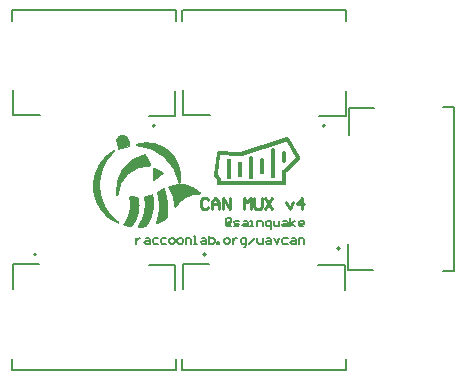
<source format=gto>
G04*
G04 #@! TF.GenerationSoftware,Altium Limited,Altium Designer,19.1.8 (144)*
G04*
G04 Layer_Color=65535*
%FSLAX44Y44*%
%MOMM*%
G71*
G01*
G75*
%ADD10C,0.2000*%
%ADD11C,0.1270*%
%ADD12C,0.0100*%
%ADD13C,0.1700*%
%ADD14C,0.2500*%
G04:AMPARAMS|DCode=15|XSize=0.5331mm|YSize=0.3432mm|CornerRadius=0mm|HoleSize=0mm|Usage=FLASHONLY|Rotation=3.593|XOffset=0mm|YOffset=0mm|HoleType=Round|Shape=Rectangle|*
%AMROTATEDRECTD15*
4,1,4,-0.2552,-0.1880,-0.2768,0.1545,0.2552,0.1880,0.2768,-0.1545,-0.2552,-0.1880,0.0*
%
%ADD15ROTATEDRECTD15*%

G36*
X1445076Y2769396D02*
X1446588Y2767946D01*
X1447410Y2766018D01*
Y2764970D01*
X1447410Y2764968D01*
Y2764957D01*
X1447410Y2764932D01*
X1447409Y2764906D01*
X1447409Y2764880D01*
X1447409Y2764868D01*
Y2764868D01*
X1447410Y2764968D01*
Y2764970D01*
X1447409Y2764868D01*
X1447370Y2761036D01*
Y2761036D01*
Y2761036D01*
Y2761036D01*
Y2761036D01*
Y2761036D01*
X1447370Y2761037D01*
X1447370Y2761036D01*
X1447370Y2761028D01*
X1447365Y2761012D01*
X1447355Y2760998D01*
X1447341Y2760988D01*
X1447334Y2760986D01*
X1447334D01*
X1438501Y2758022D01*
X1438490Y2758019D01*
X1438467Y2758021D01*
X1438446Y2758033D01*
X1438433Y2758052D01*
X1438431Y2758064D01*
X1437237Y2764502D01*
X1437226Y2764498D01*
X1437202Y2764502D01*
X1437182Y2764516D01*
X1437170Y2764537D01*
X1437169Y2764549D01*
X1437083Y2765593D01*
X1437743Y2767581D01*
X1439131Y2769152D01*
X1441023Y2770052D01*
X1443116Y2770138D01*
X1445076Y2769396D01*
D02*
G37*
G36*
X1465802Y2763117D02*
X1470628Y2762157D01*
X1475216Y2760379D01*
X1479429Y2757837D01*
X1483141Y2754607D01*
X1486241Y2750785D01*
X1488635Y2746487D01*
X1490253Y2741839D01*
X1491045Y2736983D01*
X1490988Y2732063D01*
X1490536Y2729644D01*
X1490057Y2731783D01*
X1488747Y2735964D01*
X1486986Y2739976D01*
X1484794Y2743770D01*
X1482198Y2747299D01*
X1479229Y2750522D01*
X1475924Y2753398D01*
X1472322Y2755893D01*
X1468468Y2757977D01*
X1464408Y2759624D01*
X1460191Y2760814D01*
X1455869Y2761533D01*
X1453685Y2761713D01*
X1453685Y2761713D01*
X1453685Y2761713D01*
X1453685D01*
X1456018Y2762495D01*
X1460883Y2763231D01*
X1465802Y2763117D01*
D02*
G37*
G36*
X1447370Y2761037D02*
Y2761037D01*
Y2761037D01*
Y2761037D01*
D02*
G37*
G36*
X1570415Y2758743D02*
X1570896Y2758262D01*
X1571156Y2757634D01*
Y2757295D01*
X1571156Y2757295D01*
Y2735549D01*
X1571156Y2735549D01*
Y2735209D01*
X1570896Y2734581D01*
X1570415Y2734100D01*
X1569787Y2733840D01*
X1569107D01*
X1568479Y2734100D01*
X1567999Y2734581D01*
X1567739Y2735209D01*
Y2735549D01*
X1567739Y2757295D01*
X1567739Y2757295D01*
Y2757634D01*
X1567999Y2758262D01*
X1568479Y2758743D01*
X1569107Y2759003D01*
X1569787D01*
X1570415Y2758743D01*
D02*
G37*
G36*
X1582148Y2768492D02*
X1582699Y2768278D01*
X1583147Y2767891D01*
X1583293Y2767633D01*
X1583293Y2767633D01*
X1592617Y2751169D01*
X1592617Y2751169D01*
X1592761Y2750914D01*
X1592864Y2750338D01*
X1592768Y2749760D01*
X1592486Y2749247D01*
X1592267Y2749052D01*
X1592268Y2749052D01*
X1581042Y2739042D01*
X1581043D01*
X1581043Y2739042D01*
X1581000Y2739000D01*
X1580929Y2738904D01*
X1580880Y2738794D01*
X1580855Y2738677D01*
X1580852Y2738617D01*
X1580852Y2738617D01*
Y2729141D01*
X1580852Y2729141D01*
Y2728801D01*
X1580592Y2728173D01*
X1580111Y2727693D01*
X1579483Y2727433D01*
X1579144D01*
X1579144Y2727432D01*
X1523678D01*
X1523678Y2727433D01*
X1523338D01*
X1522710Y2727693D01*
X1522230Y2728173D01*
X1521969Y2728801D01*
Y2729141D01*
X1521970Y2732525D01*
X1519801Y2735415D01*
X1519800Y2735415D01*
Y2735415D01*
X1519701Y2735547D01*
X1519557Y2735844D01*
X1519473Y2736162D01*
X1519451Y2736491D01*
X1519472Y2736654D01*
X1519472Y2736655D01*
X1521803Y2755150D01*
X1521803Y2755150D01*
X1521803Y2755150D01*
X1521844Y2755475D01*
X1522160Y2756048D01*
X1522666Y2756464D01*
X1523290Y2756663D01*
X1523617Y2756640D01*
X1523617Y2756640D01*
X1539336Y2755544D01*
Y2752118D01*
X1525528Y2753081D01*
X1525528Y2753081D01*
X1525528D01*
Y2753081D01*
X1525528Y2753081D01*
X1525421Y2753079D01*
X1525216Y2753014D01*
X1525051Y2752878D01*
X1524947Y2752690D01*
X1524924Y2752585D01*
X1524924Y2752585D01*
X1522977Y2737142D01*
X1522977Y2737142D01*
X1522977Y2737142D01*
X1522973Y2737087D01*
X1522980Y2736978D01*
X1523008Y2736873D01*
X1523056Y2736774D01*
X1523087Y2736729D01*
X1523087Y2736729D01*
X1525045Y2734120D01*
X1525045Y2734120D01*
X1525045D01*
X1525127Y2734010D01*
X1525255Y2733766D01*
X1525343Y2733505D01*
X1525387Y2733232D01*
Y2733094D01*
X1525386Y2733094D01*
Y2731419D01*
X1525387Y2731419D01*
X1525398Y2731308D01*
X1525483Y2731103D01*
X1525640Y2730946D01*
X1525845Y2730861D01*
X1525956Y2730850D01*
X1525956Y2730850D01*
X1576865D01*
X1576865Y2730850D01*
X1576976Y2730861D01*
X1577182Y2730946D01*
X1577339Y2731103D01*
X1577424Y2731308D01*
X1577435Y2731419D01*
X1577435Y2731419D01*
Y2739638D01*
X1577435Y2739638D01*
Y2739819D01*
X1577510Y2740172D01*
X1577658Y2740502D01*
X1577872Y2740793D01*
X1578006Y2740913D01*
X1578007Y2740913D01*
X1588621Y2750379D01*
X1588621D01*
X1588688Y2750449D01*
X1588780Y2750617D01*
X1588812Y2750807D01*
X1588778Y2750997D01*
X1588738Y2751084D01*
X1588738Y2751084D01*
X1581239Y2764327D01*
Y2764327D01*
X1581183Y2764407D01*
X1581036Y2764535D01*
X1580855Y2764605D01*
X1580661Y2764610D01*
X1580566Y2764588D01*
X1580566Y2764587D01*
X1543536Y2752467D01*
X1541597Y2754406D01*
Y2755428D01*
X1581275Y2768415D01*
X1581275Y2768415D01*
X1581556Y2768507D01*
X1582148Y2768492D01*
D02*
G37*
G36*
X1561109Y2750500D02*
X1561590Y2750020D01*
X1561850Y2749391D01*
Y2749052D01*
X1561850Y2749052D01*
Y2738617D01*
X1561850Y2738617D01*
Y2738277D01*
X1561590Y2737649D01*
X1561109Y2737169D01*
X1560481Y2736909D01*
X1559801D01*
X1559173Y2737169D01*
X1558693Y2737649D01*
X1558433Y2738277D01*
Y2738617D01*
X1558433Y2749052D01*
X1558433Y2749052D01*
Y2749391D01*
X1558693Y2750020D01*
X1559173Y2750500D01*
X1559801Y2750760D01*
X1560481D01*
X1561109Y2750500D01*
D02*
G37*
G36*
X1579790Y2756598D02*
X1580271Y2756117D01*
X1580531Y2755490D01*
Y2755150D01*
X1580531Y2755150D01*
Y2748483D01*
X1580531Y2748483D01*
Y2748143D01*
X1580271Y2747515D01*
X1579790Y2747034D01*
X1579163Y2746774D01*
X1578483D01*
X1577855Y2747034D01*
X1577374Y2747515D01*
X1577114Y2748143D01*
Y2748483D01*
X1577114Y2748483D01*
Y2755150D01*
X1577114Y2755150D01*
Y2755490D01*
X1577374Y2756117D01*
X1577855Y2756598D01*
X1578483Y2756858D01*
X1579163D01*
X1579790Y2756598D01*
D02*
G37*
G36*
X1461669Y2751997D02*
X1462570Y2749654D01*
X1463738Y2747432D01*
X1465159Y2745361D01*
X1465957Y2744391D01*
X1465957D01*
X1465957D01*
D01*
X1464191Y2744435D01*
X1460671Y2744171D01*
X1457216Y2743443D01*
X1453888Y2742265D01*
X1450745Y2740658D01*
X1447842Y2738649D01*
X1445229Y2736274D01*
X1442954Y2733575D01*
X1441056Y2730598D01*
X1439568Y2727397D01*
X1438516Y2724027D01*
X1437918Y2720547D01*
X1437794Y2718785D01*
X1437794Y2718785D01*
X1437794D01*
Y2718785D01*
X1437452Y2720683D01*
X1437265Y2724535D01*
X1437577Y2728379D01*
X1438384Y2732151D01*
X1439671Y2735786D01*
X1441418Y2739224D01*
X1443594Y2742408D01*
X1446164Y2745284D01*
X1449084Y2747803D01*
X1452305Y2749924D01*
X1455773Y2751610D01*
X1459431Y2752834D01*
X1461323Y2753205D01*
X1461323Y2753205D01*
X1461669Y2751997D01*
D02*
G37*
G36*
X1542555Y2747685D02*
X1543035Y2747204D01*
X1543295Y2746576D01*
Y2746236D01*
Y2736441D01*
Y2736101D01*
X1543035Y2735473D01*
X1542555Y2734992D01*
X1541927Y2734732D01*
X1541247D01*
X1540619Y2734992D01*
X1540138Y2735473D01*
X1539878Y2736101D01*
Y2736441D01*
X1539878Y2746236D01*
X1539878Y2746236D01*
Y2746576D01*
X1540138Y2747204D01*
X1540619Y2747685D01*
X1541247Y2747945D01*
X1541927D01*
X1542555Y2747685D01*
D02*
G37*
G36*
X1551790Y2752061D02*
X1552271Y2751580D01*
X1552531Y2750952D01*
Y2750612D01*
X1552531Y2750612D01*
Y2734677D01*
X1552531D01*
Y2734337D01*
X1552271Y2733708D01*
X1551790Y2733228D01*
X1551163Y2732968D01*
X1550483D01*
X1549855Y2733228D01*
X1549374Y2733708D01*
X1549114Y2734337D01*
Y2734677D01*
X1549114Y2750612D01*
X1549114Y2750612D01*
Y2750952D01*
X1549374Y2751580D01*
X1549855Y2752061D01*
X1550483Y2752321D01*
X1551163D01*
X1551790Y2752061D01*
D02*
G37*
G36*
X1533262Y2749931D02*
X1533742Y2749450D01*
X1534002Y2748823D01*
Y2748483D01*
X1534003Y2748483D01*
Y2734677D01*
X1534002D01*
Y2734337D01*
X1533742Y2733708D01*
X1533262Y2733228D01*
X1532634Y2732968D01*
X1531954D01*
X1531326Y2733228D01*
X1530845Y2733708D01*
X1530585Y2734337D01*
Y2734677D01*
X1530585Y2748483D01*
X1530585Y2748483D01*
Y2748823D01*
X1530845Y2749450D01*
X1531326Y2749931D01*
X1531954Y2750191D01*
X1532634D01*
X1533262Y2749931D01*
D02*
G37*
G36*
X1468605Y2741841D02*
X1469466Y2741179D01*
X1471282Y2739990D01*
X1473210Y2738990D01*
X1475229Y2738190D01*
X1476266Y2737868D01*
X1468605Y2732280D01*
Y2741841D01*
X1468605Y2741841D01*
X1468605D01*
Y2741841D01*
D02*
G37*
G36*
X1477338Y2724445D02*
X1478490Y2721498D01*
X1479930Y2715336D01*
X1480473Y2709032D01*
X1480110Y2702714D01*
X1479479Y2699614D01*
X1478532Y2698979D01*
X1476573Y2697812D01*
X1474556Y2696750D01*
X1472485Y2695796D01*
X1471425Y2695374D01*
X1472048Y2696910D01*
X1473077Y2700060D01*
X1473810Y2703291D01*
X1474242Y2706576D01*
X1474368Y2709887D01*
X1474188Y2713195D01*
X1473703Y2716473D01*
X1472917Y2719692D01*
X1472413Y2721270D01*
X1472413Y2721270D01*
X1472413Y2721270D01*
D01*
X1473056Y2721623D01*
X1474319Y2722367D01*
X1475552Y2723161D01*
X1476751Y2724005D01*
X1477338Y2724445D01*
Y2724445D01*
D02*
G37*
G36*
X1493872Y2727762D02*
X1497392Y2727077D01*
X1500765Y2725858D01*
X1503909Y2724134D01*
X1506751Y2721947D01*
X1507987Y2720648D01*
X1506431Y2720647D01*
X1503335Y2720339D01*
X1500307Y2719629D01*
X1497398Y2718528D01*
X1494658Y2717055D01*
X1492134Y2715236D01*
X1489871Y2713102D01*
X1487907Y2710689D01*
X1487048Y2709392D01*
X1487048D01*
X1486920Y2711577D01*
X1486179Y2715888D01*
X1484809Y2720042D01*
X1482837Y2723947D01*
X1481640Y2725779D01*
Y2725779D01*
X1483273Y2726520D01*
X1486727Y2727480D01*
X1490289Y2727898D01*
X1493872Y2727762D01*
D02*
G37*
G36*
X1433359Y2754883D02*
X1429592Y2750378D01*
X1426542Y2745360D01*
X1424280Y2739941D01*
X1422855Y2734244D01*
X1422301Y2728398D01*
X1422629Y2722535D01*
X1423832Y2716788D01*
X1425884Y2711286D01*
X1428737Y2706154D01*
X1432327Y2701507D01*
X1436573Y2697451D01*
X1438913Y2695674D01*
X1437770Y2696153D01*
X1435542Y2697242D01*
X1433380Y2698457D01*
X1431292Y2699795D01*
X1430289Y2700523D01*
X1428158Y2702305D01*
X1424524Y2706504D01*
X1421610Y2711232D01*
X1419492Y2716366D01*
X1418225Y2721774D01*
X1417841Y2727314D01*
X1418351Y2732845D01*
X1419741Y2738222D01*
X1421975Y2743307D01*
X1424996Y2747967D01*
X1428725Y2752083D01*
X1433065Y2755548D01*
X1435485Y2756909D01*
X1435485D01*
X1433359Y2754883D01*
D02*
G37*
G36*
X1448624Y2717623D02*
X1449390Y2717486D01*
X1450929Y2717263D01*
X1452476Y2717106D01*
X1454029Y2717016D01*
X1454806Y2716996D01*
X1455245Y2715442D01*
X1455740Y2712249D01*
X1455845Y2709021D01*
X1455557Y2705804D01*
X1454880Y2702645D01*
X1453826Y2699591D01*
X1452409Y2696689D01*
X1450651Y2693979D01*
X1449614Y2692741D01*
Y2692741D01*
X1448867Y2692845D01*
X1447381Y2693105D01*
X1445906Y2693416D01*
X1444442Y2693780D01*
X1443717Y2693987D01*
Y2693987D01*
X1444630Y2695253D01*
X1446236Y2697927D01*
X1447533Y2700764D01*
X1448504Y2703728D01*
X1449138Y2706782D01*
X1449427Y2709888D01*
X1449366Y2713006D01*
X1448958Y2716099D01*
X1448624Y2717623D01*
D01*
Y2717623D01*
Y2717623D01*
D02*
G37*
G36*
X1467437Y2719071D02*
X1467437D01*
X1467804Y2717383D01*
X1468178Y2713946D01*
X1468191Y2710489D01*
X1467842Y2707050D01*
X1467136Y2703666D01*
X1466078Y2700375D01*
X1464683Y2697213D01*
X1462964Y2694214D01*
X1461952Y2692812D01*
X1461174Y2692695D01*
X1459608Y2692517D01*
X1458038Y2692397D01*
X1456464Y2692334D01*
X1455676Y2692331D01*
X1456640Y2693685D01*
X1458346Y2696535D01*
X1459743Y2699549D01*
X1460815Y2702693D01*
X1461550Y2705933D01*
X1461940Y2709232D01*
X1461980Y2712554D01*
X1461671Y2715862D01*
X1461386Y2717499D01*
X1462156Y2717638D01*
X1463686Y2717965D01*
X1465201Y2718359D01*
X1466697Y2718818D01*
X1467437Y2719071D01*
X1467437Y2719071D01*
D02*
G37*
D10*
X1512500Y2669000D02*
G03*
X1512500Y2669000I-1000J0D01*
G01*
X1626000Y2674000D02*
G03*
X1626000Y2674000I-1000J0D01*
G01*
X1368881Y2669000D02*
G03*
X1368881Y2669000I-1000J0D01*
G01*
X1613500Y2778000D02*
G03*
X1613500Y2778000I-1000J0D01*
G01*
X1469500D02*
G03*
X1469500Y2778000I-1000J0D01*
G01*
D11*
X1435485Y2756909D02*
G03*
X1438913Y2695674I25866J-29266D01*
G01*
X1435485Y2756909D02*
G03*
X1430289Y2700523I16876J-29988D01*
G01*
X1507987Y2720648D02*
G03*
X1487048Y2709392I-764J-23683D01*
G01*
X1507987Y2720648D02*
G03*
X1481640Y2725779I-16782J-15964D01*
G01*
X1465957Y2744391D02*
G03*
X1437794Y2718785I-1535J-26603D01*
G01*
X1461323Y2753205D02*
G03*
X1437794Y2718785I5706J-29153D01*
G01*
X1490536Y2729644D02*
G03*
X1453685Y2761713I-27850J5205D01*
G01*
X1490536Y2729644D02*
G03*
X1453685Y2761713I-39024J-7636D01*
G01*
X1430289Y2700523D02*
G03*
X1438913Y2695674I25247J34807D01*
G01*
X1471425Y2695374D02*
G03*
X1479479Y2699614I-15890J39956D01*
G01*
X1448624Y2717623D02*
G03*
X1454806Y2716996I6727J35526D01*
G01*
X1471425Y2695374D02*
G03*
X1472413Y2721270I-32874J14220D01*
G01*
X1449614Y2692741D02*
G03*
X1454806Y2716996I-20342J17038D01*
G01*
X1468605Y2741841D02*
G03*
X1476266Y2737868I13504J16668D01*
G01*
X1472413Y2721270D02*
G03*
X1477338Y2724445I-17062J31878D01*
G01*
X1443717Y2693987D02*
G03*
X1448624Y2717623I-22129J16922D01*
G01*
X1461952Y2692812D02*
G03*
X1467437Y2719071I-26708J19282D01*
G01*
X1455676Y2692331D02*
G03*
X1461386Y2717499I-25186J18945D01*
G01*
X1487048Y2709392D02*
G03*
X1481640Y2725779I-29435J-628D01*
G01*
X1479479Y2699614D02*
G03*
X1477338Y2724445I-43159J8786D01*
G01*
X1443717Y2693987D02*
G03*
X1449614Y2692741I11819J41343D01*
G01*
X1461323Y2753205D02*
G03*
X1465957Y2744391I20786J5304D01*
G01*
X1461386Y2717499D02*
G03*
X1467437Y2719071I-6035J35650D01*
G01*
X1455676Y2692331D02*
G03*
X1461952Y2692812I-140J42999D01*
G01*
X1630500Y2639000D02*
Y2660000D01*
X1608000D02*
X1630500D01*
X1493000Y2639500D02*
Y2660500D01*
X1515500D01*
X1492500Y2571000D02*
Y2580500D01*
X1631000Y2571000D02*
X1631500Y2571500D01*
Y2580500D01*
X1492500Y2571000D02*
X1631000D01*
X1634000Y2793000D02*
X1655000D01*
X1634000Y2770500D02*
Y2793000D01*
X1633500Y2655500D02*
X1654500D01*
X1633500D02*
Y2678000D01*
X1713500Y2655000D02*
X1723000D01*
X1722500Y2794000D02*
X1723000Y2793500D01*
X1713500Y2794000D02*
X1722500D01*
X1723000Y2655000D02*
Y2793500D01*
X1468605Y2732280D02*
X1476266Y2737868D01*
X1468605Y2732280D02*
Y2741841D01*
X1486881Y2639000D02*
Y2660000D01*
X1464381D02*
X1486881D01*
X1349381Y2639500D02*
Y2660500D01*
X1371881D01*
X1348881Y2571000D02*
Y2580500D01*
X1487381Y2571000D02*
X1487881Y2571500D01*
Y2580500D01*
X1348881Y2571000D02*
X1487381D01*
X1493500Y2787000D02*
Y2808000D01*
Y2787000D02*
X1516000D01*
X1631000Y2786500D02*
Y2807500D01*
X1608500Y2786500D02*
X1631000D01*
X1631500Y2866500D02*
Y2876000D01*
X1492500Y2875500D02*
X1493000Y2876000D01*
X1492500Y2866500D02*
Y2875500D01*
X1493000Y2876000D02*
X1631500D01*
X1349500Y2787000D02*
Y2808000D01*
Y2787000D02*
X1372000D01*
X1487000Y2786500D02*
Y2807500D01*
X1464500Y2786500D02*
X1487000D01*
X1487500Y2866500D02*
Y2876000D01*
X1348500Y2875500D02*
X1349000Y2876000D01*
X1348500Y2866500D02*
Y2875500D01*
X1349000Y2876000D02*
X1487500D01*
D12*
X1447331Y2764468D02*
G03*
X1437222Y2764553I-5051J502D01*
G01*
X1438484Y2758073D02*
X1447316Y2761037D01*
X1447356Y2764970D01*
X1437205D02*
X1438484Y2758073D01*
D13*
X1533008Y2695175D02*
Y2696341D01*
X1531841D01*
Y2695175D01*
X1533008D01*
X1534174Y2696341D01*
Y2698674D01*
X1533008Y2699840D01*
X1530675D01*
X1529509Y2698674D01*
Y2694009D01*
X1530675Y2692842D01*
X1534174D01*
X1536507D02*
X1540006D01*
X1541172Y2694009D01*
X1540006Y2695175D01*
X1537673D01*
X1536507Y2696341D01*
X1537673Y2697508D01*
X1541172D01*
X1544671D02*
X1547003D01*
X1548170Y2696341D01*
Y2692842D01*
X1544671D01*
X1543504Y2694009D01*
X1544671Y2695175D01*
X1548170D01*
X1550502Y2692842D02*
X1552835D01*
X1551669D01*
Y2697508D01*
X1550502D01*
X1556334Y2692842D02*
Y2697508D01*
X1559832D01*
X1560999Y2696341D01*
Y2692842D01*
X1567997Y2690510D02*
Y2697508D01*
X1564498D01*
X1563331Y2696341D01*
Y2694009D01*
X1564498Y2692842D01*
X1567997D01*
X1570329Y2697508D02*
Y2694009D01*
X1571495Y2692842D01*
X1574994D01*
Y2697508D01*
X1578493D02*
X1580826D01*
X1581992Y2696341D01*
Y2692842D01*
X1578493D01*
X1577327Y2694009D01*
X1578493Y2695175D01*
X1581992D01*
X1584325Y2692842D02*
Y2699840D01*
Y2695175D02*
X1587823Y2697508D01*
X1584325Y2695175D02*
X1587823Y2692842D01*
X1594821D02*
X1592489D01*
X1591322Y2694009D01*
Y2696341D01*
X1592489Y2697508D01*
X1594821D01*
X1595988Y2696341D01*
Y2695175D01*
X1591322D01*
X1453700Y2682698D02*
Y2678033D01*
Y2680365D01*
X1454866Y2681531D01*
X1456033Y2682698D01*
X1457199D01*
X1461864D02*
X1464197D01*
X1465363Y2681531D01*
Y2678033D01*
X1461864D01*
X1460698Y2679199D01*
X1461864Y2680365D01*
X1465363D01*
X1472361Y2682698D02*
X1468862D01*
X1467695Y2681531D01*
Y2679199D01*
X1468862Y2678033D01*
X1472361D01*
X1479358Y2682698D02*
X1475860D01*
X1474693Y2681531D01*
Y2679199D01*
X1475860Y2678033D01*
X1479358D01*
X1482857D02*
X1485190D01*
X1486356Y2679199D01*
Y2681531D01*
X1485190Y2682698D01*
X1482857D01*
X1481691Y2681531D01*
Y2679199D01*
X1482857Y2678033D01*
X1489855D02*
X1492188D01*
X1493354Y2679199D01*
Y2681531D01*
X1492188Y2682698D01*
X1489855D01*
X1488689Y2681531D01*
Y2679199D01*
X1489855Y2678033D01*
X1495686D02*
Y2682698D01*
X1499185D01*
X1500352Y2681531D01*
Y2678033D01*
X1502684D02*
X1505017D01*
X1503851D01*
Y2685030D01*
X1502684D01*
X1509682Y2682698D02*
X1512015D01*
X1513181Y2681531D01*
Y2678033D01*
X1509682D01*
X1508516Y2679199D01*
X1509682Y2680365D01*
X1513181D01*
X1515513Y2685030D02*
Y2678033D01*
X1519012D01*
X1520179Y2679199D01*
Y2680365D01*
Y2681531D01*
X1519012Y2682698D01*
X1515513D01*
X1522511Y2678033D02*
Y2679199D01*
X1523678D01*
Y2678033D01*
X1522511D01*
X1529509D02*
X1531841D01*
X1533008Y2679199D01*
Y2681531D01*
X1531841Y2682698D01*
X1529509D01*
X1528343Y2681531D01*
Y2679199D01*
X1529509Y2678033D01*
X1535340Y2682698D02*
Y2678033D01*
Y2680365D01*
X1536507Y2681531D01*
X1537673Y2682698D01*
X1538839D01*
X1544671Y2675700D02*
X1545837D01*
X1547003Y2676866D01*
Y2682698D01*
X1543504D01*
X1542338Y2681531D01*
Y2679199D01*
X1543504Y2678033D01*
X1547003D01*
X1549336D02*
X1554001Y2682698D01*
X1556334D02*
Y2679199D01*
X1557500Y2678033D01*
X1560999D01*
Y2682698D01*
X1564498D02*
X1566830D01*
X1567997Y2681531D01*
Y2678033D01*
X1564498D01*
X1563331Y2679199D01*
X1564498Y2680365D01*
X1567997D01*
X1570329Y2682698D02*
X1572662Y2678033D01*
X1574994Y2682698D01*
X1581992D02*
X1578493D01*
X1577327Y2681531D01*
Y2679199D01*
X1578493Y2678033D01*
X1581992D01*
X1585491Y2682698D02*
X1587823D01*
X1588990Y2681531D01*
Y2678033D01*
X1585491D01*
X1584325Y2679199D01*
X1585491Y2680365D01*
X1588990D01*
X1591322Y2678033D02*
Y2682698D01*
X1594821D01*
X1595988Y2681531D01*
Y2678033D01*
D14*
X1514887Y2714998D02*
X1513388Y2716497D01*
X1510389D01*
X1508889Y2714998D01*
Y2709000D01*
X1510389Y2707500D01*
X1513388D01*
X1514887Y2709000D01*
X1517886Y2707500D02*
Y2713498D01*
X1520885Y2716497D01*
X1523884Y2713498D01*
Y2707500D01*
Y2711999D01*
X1517886D01*
X1526883Y2707500D02*
Y2716497D01*
X1532881Y2707500D01*
Y2716497D01*
X1544878Y2707500D02*
Y2716497D01*
X1547877Y2713498D01*
X1550876Y2716497D01*
Y2707500D01*
X1553875Y2716497D02*
Y2709000D01*
X1555374Y2707500D01*
X1558373D01*
X1559873Y2709000D01*
Y2716497D01*
X1562872D02*
X1568870Y2707500D01*
Y2716497D02*
X1562872Y2707500D01*
X1580866Y2713498D02*
X1583865Y2707500D01*
X1586864Y2713498D01*
X1594362Y2707500D02*
Y2716497D01*
X1589863Y2711999D01*
X1595861D01*
D15*
X1540853Y2754019D02*
D03*
M02*

</source>
